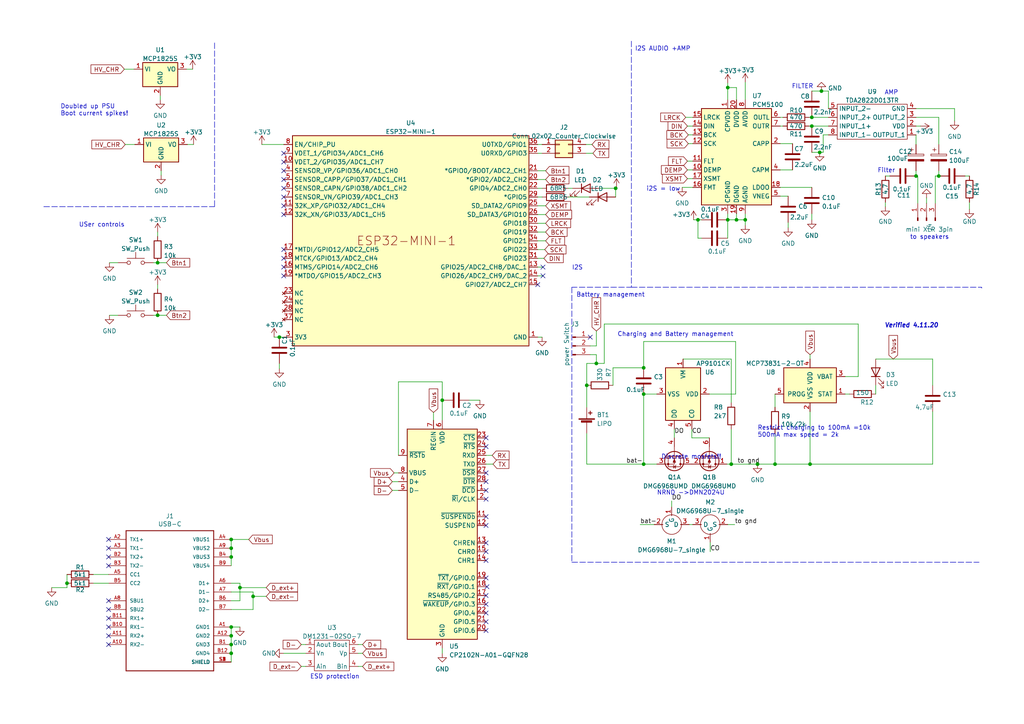
<source format=kicad_sch>
(kicad_sch (version 20211123) (generator eeschema)
  (paper "A4")
  (junction (at 67.056 186.944))
  (junction (at 19.431 169.164))
  (junction (at 67.056 161.544))
  (junction (at 186.69 106.68))
  (junction (at 234.95 134.62))
  (junction (at 213.614 63.754))
  (junction (at 219.71 134.62))
  (junction (at 45.72 91.44))
  (junction (at 172.974 105.41))
  (junction (at 265.684 51.054))
  (junction (at 211.074 63.754))
  (junction (at 238.252 26.416))
  (junction (at 67.056 156.464))
  (junction (at 178.562 54.61))
  (junction (at 170.18 111.76))
  (junction (at 186.69 114.3))
  (junction (at 69.596 170.434))
  (junction (at 216.154 63.754))
  (junction (at 237.744 44.196))
  (junction (at 67.056 184.404))
  (junction (at 224.79 134.62))
  (junction (at 211.074 25.4))
  (junction (at 202.438 63.754))
  (junction (at 212.09 134.62))
  (junction (at 186.69 134.62))
  (junction (at 235.458 36.576))
  (junction (at 67.056 159.004))
  (junction (at 73.406 172.974))
  (junction (at 272.288 51.054))
  (junction (at 81.026 97.79))
  (junction (at 67.056 181.864))
  (junction (at 45.72 76.2))
  (junction (at 67.056 189.484))
  (junction (at 128.27 116.078))
  (junction (at 235.458 34.036))
  (no_connect (at 31.496 176.784))
  (no_connect (at 140.97 157.48))
  (no_connect (at 82.296 62.23))
  (no_connect (at 140.97 180.34))
  (no_connect (at 31.496 174.244))
  (no_connect (at 140.97 177.8))
  (no_connect (at 140.97 139.7))
  (no_connect (at 31.496 164.084))
  (no_connect (at 140.97 137.16))
  (no_connect (at 82.296 44.45))
  (no_connect (at 82.296 52.07))
  (no_connect (at 171.196 97.79))
  (no_connect (at 140.97 144.78))
  (no_connect (at 31.496 159.004))
  (no_connect (at 157.48 77.47))
  (no_connect (at 82.296 80.01))
  (no_connect (at 140.97 167.64))
  (no_connect (at 140.97 172.72))
  (no_connect (at 82.296 49.53))
  (no_connect (at 155.956 82.55))
  (no_connect (at 82.296 59.69))
  (no_connect (at 31.496 161.544))
  (no_connect (at 82.296 77.47))
  (no_connect (at 140.97 149.86))
  (no_connect (at 31.496 186.944))
  (no_connect (at 140.97 142.24))
  (no_connect (at 82.296 74.93))
  (no_connect (at 82.296 54.61))
  (no_connect (at 31.496 156.464))
  (no_connect (at 82.296 72.39))
  (no_connect (at 140.97 160.02))
  (no_connect (at 31.496 184.404))
  (no_connect (at 140.97 129.54))
  (no_connect (at 141.224 170.18))
  (no_connect (at 140.97 152.4))
  (no_connect (at 140.97 182.88))
  (no_connect (at 31.496 179.324))
  (no_connect (at 140.97 175.26))
  (no_connect (at 82.296 46.99))
  (no_connect (at 31.496 181.864))
  (no_connect (at 140.97 162.56))
  (no_connect (at 82.296 57.15))
  (no_connect (at 157.48 80.01))
  (no_connect (at 140.97 127))
  (wire (pts (xy 170.18 111.76) (xy 170.18 118.11)))
  (wire (pts (xy 186.69 134.62) (xy 190.5 134.62)))
  (wire (pts (xy 46.482 27.686) (xy 46.482 28.956)))
  (wire (pts (xy 201.168 63.754) (xy 202.438 63.754)))
  (wire (pts (xy 81.026 97.79) (xy 82.296 97.79)))
  (wire (pts (xy 272.288 49.53) (xy 272.288 51.054)))
  (polyline (pts (xy 12.7 59.944) (xy 62.23 59.944)))
  (wire (pts (xy 199.39 46.736) (xy 200.914 46.736)))
  (wire (pts (xy 226.314 41.656) (xy 229.87 41.656)))
  (wire (pts (xy 212.09 124.46) (xy 212.09 134.62)))
  (wire (pts (xy 213.614 61.976) (xy 213.614 63.754)))
  (wire (pts (xy 115.57 132.08) (xy 115.57 110.744)))
  (wire (pts (xy 178.562 57.15) (xy 178.562 54.61)))
  (wire (pts (xy 226.314 34.036) (xy 227.076 34.036)))
  (wire (pts (xy 155.956 64.77) (xy 158.242 64.77)))
  (wire (pts (xy 73.406 171.704) (xy 73.406 172.974)))
  (wire (pts (xy 155.956 80.01) (xy 157.48 80.01)))
  (wire (pts (xy 45.72 91.44) (xy 48.26 91.44)))
  (wire (pts (xy 45.72 82.55) (xy 45.72 83.82)))
  (wire (pts (xy 240.284 39.116) (xy 238.76 39.116)))
  (wire (pts (xy 256.794 51.054) (xy 258.064 51.054)))
  (wire (pts (xy 198.882 34.036) (xy 200.914 34.036)))
  (wire (pts (xy 67.056 171.704) (xy 73.406 171.704)))
  (wire (pts (xy 155.956 57.15) (xy 157.226 57.15)))
  (wire (pts (xy 155.956 69.85) (xy 158.242 69.85)))
  (wire (pts (xy 198.12 104.14) (xy 212.09 104.14)))
  (wire (pts (xy 271.272 51.054) (xy 272.288 51.054)))
  (wire (pts (xy 19.431 170.434) (xy 14.986 170.434)))
  (wire (pts (xy 213.614 28.956) (xy 213.614 25.4)))
  (wire (pts (xy 69.596 174.244) (xy 67.056 174.244)))
  (wire (pts (xy 213.614 25.4) (xy 211.074 25.4)))
  (wire (pts (xy 268.732 57.404) (xy 268.732 58.928)))
  (wire (pts (xy 195.58 124.46) (xy 195.58 127)))
  (wire (pts (xy 173.736 54.61) (xy 178.562 54.61)))
  (wire (pts (xy 155.956 72.39) (xy 157.988 72.39)))
  (wire (pts (xy 240.284 26.416) (xy 238.252 26.416)))
  (wire (pts (xy 175.26 105.41) (xy 175.26 93.98)))
  (wire (pts (xy 172.974 102.87) (xy 172.974 105.41)))
  (wire (pts (xy 69.596 170.434) (xy 69.596 174.244)))
  (wire (pts (xy 211.074 24.13) (xy 211.074 25.4)))
  (wire (pts (xy 113.792 142.24) (xy 115.57 142.24)))
  (wire (pts (xy 212.09 134.62) (xy 219.71 134.62)))
  (wire (pts (xy 248.92 93.98) (xy 248.92 109.22)))
  (wire (pts (xy 226.314 36.576) (xy 227.076 36.576)))
  (wire (pts (xy 199.898 152.146) (xy 200.914 152.146)))
  (wire (pts (xy 178.816 54.61) (xy 178.816 54.356)))
  (wire (pts (xy 178.562 54.61) (xy 178.816 54.61)))
  (wire (pts (xy 175.26 93.98) (xy 248.92 93.98)))
  (wire (pts (xy 211.074 25.4) (xy 211.074 28.956)))
  (wire (pts (xy 266.192 51.054) (xy 265.684 51.054)))
  (wire (pts (xy 245.11 114.3) (xy 246.38 114.3)))
  (wire (pts (xy 128.27 187.96) (xy 128.27 189.484)))
  (wire (pts (xy 235.458 34.036) (xy 240.284 34.036)))
  (wire (pts (xy 103.886 193.294) (xy 105.156 193.294)))
  (wire (pts (xy 67.056 159.004) (xy 67.056 161.544)))
  (wire (pts (xy 281.178 51.054) (xy 279.908 51.054)))
  (wire (pts (xy 226.314 56.896) (xy 228.6 56.896)))
  (wire (pts (xy 226.314 54.356) (xy 235.458 54.356)))
  (wire (pts (xy 186.69 99.06) (xy 186.69 106.68)))
  (wire (pts (xy 205.994 157.226) (xy 205.994 160.02)))
  (wire (pts (xy 69.596 169.164) (xy 69.596 170.434)))
  (polyline (pts (xy 165.862 83.312) (xy 165.862 163.068)))
  (wire (pts (xy 155.956 97.79) (xy 157.226 97.79)))
  (wire (pts (xy 73.406 172.974) (xy 77.216 172.974)))
  (wire (pts (xy 155.956 67.31) (xy 158.242 67.31)))
  (polyline (pts (xy 165.862 163.068) (xy 283.972 163.068)))
  (wire (pts (xy 211.074 63.754) (xy 213.614 63.754)))
  (wire (pts (xy 103.886 186.944) (xy 105.156 186.944)))
  (wire (pts (xy 73.406 172.974) (xy 73.406 176.784)))
  (wire (pts (xy 234.696 36.576) (xy 235.458 36.576)))
  (wire (pts (xy 265.684 49.53) (xy 265.684 51.054)))
  (wire (pts (xy 210.82 134.62) (xy 212.09 134.62)))
  (wire (pts (xy 172.974 100.33) (xy 172.974 96.012)))
  (wire (pts (xy 19.431 166.624) (xy 19.431 169.164)))
  (wire (pts (xy 272.288 34.036) (xy 272.288 41.91)))
  (wire (pts (xy 224.79 114.3) (xy 224.79 118.11)))
  (wire (pts (xy 254 111.76) (xy 254 114.3)))
  (wire (pts (xy 256.794 59.944) (xy 256.794 58.674)))
  (wire (pts (xy 155.956 49.53) (xy 158.242 49.53)))
  (wire (pts (xy 19.431 170.434) (xy 19.431 169.164)))
  (wire (pts (xy 31.75 76.2) (xy 34.29 76.2)))
  (wire (pts (xy 234.95 134.62) (xy 224.79 134.62)))
  (wire (pts (xy 67.056 156.464) (xy 72.136 156.464)))
  (wire (pts (xy 199.644 41.656) (xy 200.914 41.656)))
  (wire (pts (xy 240.284 31.496) (xy 240.284 26.416)))
  (wire (pts (xy 164.846 57.15) (xy 170.942 57.15)))
  (wire (pts (xy 212.09 104.14) (xy 212.09 116.84)))
  (wire (pts (xy 169.926 41.91) (xy 171.704 41.91)))
  (wire (pts (xy 73.406 176.784) (xy 67.056 176.784)))
  (wire (pts (xy 194.818 145.288) (xy 194.818 147.066)))
  (wire (pts (xy 46.736 49.53) (xy 46.736 50.8)))
  (wire (pts (xy 67.056 186.944) (xy 67.056 189.484)))
  (wire (pts (xy 155.956 62.23) (xy 158.242 62.23)))
  (wire (pts (xy 200.66 124.46) (xy 200.66 127)))
  (wire (pts (xy 27.051 169.164) (xy 31.496 169.164)))
  (wire (pts (xy 177.8 106.68) (xy 177.8 111.76)))
  (wire (pts (xy 265.684 36.576) (xy 266.954 36.576)))
  (wire (pts (xy 254 104.14) (xy 270.51 104.14)))
  (wire (pts (xy 36.068 20.066) (xy 38.862 20.066)))
  (wire (pts (xy 140.97 132.08) (xy 142.748 132.08)))
  (wire (pts (xy 270.51 134.62) (xy 270.51 119.38)))
  (wire (pts (xy 211.074 63.754) (xy 211.074 69.088)))
  (wire (pts (xy 226.314 49.276) (xy 229.87 49.276)))
  (wire (pts (xy 155.956 74.93) (xy 157.734 74.93)))
  (wire (pts (xy 170.18 134.62) (xy 170.18 125.73)))
  (wire (pts (xy 238.76 44.196) (xy 237.744 44.196)))
  (wire (pts (xy 27.051 166.624) (xy 31.496 166.624)))
  (wire (pts (xy 67.056 169.164) (xy 69.596 169.164)))
  (polyline (pts (xy 183.388 83.312) (xy 165.862 83.312)))
  (wire (pts (xy 234.95 102.87) (xy 234.95 104.14)))
  (wire (pts (xy 199.39 51.816) (xy 200.914 51.816)))
  (wire (pts (xy 219.71 134.62) (xy 224.79 134.62)))
  (wire (pts (xy 140.97 134.62) (xy 143.002 134.62)))
  (wire (pts (xy 234.696 34.036) (xy 235.458 34.036)))
  (wire (pts (xy 238.76 39.116) (xy 238.76 44.196)))
  (wire (pts (xy 200.66 127) (xy 205.74 127)))
  (wire (pts (xy 265.684 34.036) (xy 272.288 34.036)))
  (wire (pts (xy 125.73 119.634) (xy 125.73 121.92)))
  (wire (pts (xy 216.154 63.754) (xy 216.154 65.278)))
  (wire (pts (xy 199.644 39.116) (xy 200.914 39.116)))
  (wire (pts (xy 235.458 36.576) (xy 240.284 36.576)))
  (wire (pts (xy 235.458 61.976) (xy 235.458 63.754)))
  (wire (pts (xy 197.866 54.356) (xy 200.914 54.356)))
  (wire (pts (xy 234.95 119.38) (xy 234.95 134.62)))
  (wire (pts (xy 213.36 114.3) (xy 213.36 99.06)))
  (wire (pts (xy 170.18 134.62) (xy 186.69 134.62)))
  (wire (pts (xy 190.5 114.3) (xy 186.69 114.3)))
  (wire (pts (xy 113.792 139.7) (xy 115.57 139.7)))
  (wire (pts (xy 128.27 121.92) (xy 128.27 116.078)))
  (wire (pts (xy 67.056 189.484) (xy 67.056 192.024)))
  (wire (pts (xy 216.154 61.976) (xy 216.154 63.754)))
  (wire (pts (xy 54.356 41.91) (xy 56.134 41.91)))
  (wire (pts (xy 234.95 134.62) (xy 270.51 134.62)))
  (wire (pts (xy 171.196 102.87) (xy 172.974 102.87)))
  (wire (pts (xy 171.196 100.33) (xy 172.974 100.33)))
  (polyline (pts (xy 183.134 11.938) (xy 183.134 83.312)))
  (wire (pts (xy 155.956 41.91) (xy 157.226 41.91)))
  (wire (pts (xy 45.72 67.31) (xy 45.72 68.58)))
  (wire (pts (xy 169.926 44.45) (xy 171.958 44.45)))
  (wire (pts (xy 155.956 77.47) (xy 157.48 77.47)))
  (wire (pts (xy 265.684 39.116) (xy 265.684 41.91)))
  (wire (pts (xy 164.846 54.61) (xy 166.116 54.61)))
  (wire (pts (xy 79.502 97.79) (xy 81.026 97.79)))
  (wire (pts (xy 213.36 99.06) (xy 186.69 99.06)))
  (wire (pts (xy 265.684 31.496) (xy 276.86 31.496)))
  (wire (pts (xy 202.438 63.754) (xy 203.454 63.754)))
  (polyline (pts (xy 284.734 83.312) (xy 284.734 83.566)))
  (wire (pts (xy 203.454 69.088) (xy 202.438 69.088)))
  (wire (pts (xy 238.252 26.416) (xy 235.458 26.416)))
  (wire (pts (xy 266.192 58.928) (xy 266.192 51.054)))
  (wire (pts (xy 128.27 110.744) (xy 128.27 116.078)))
  (polyline (pts (xy 183.134 83.312) (xy 284.734 83.312)))
  (wire (pts (xy 216.154 23.876) (xy 216.154 28.956)))
  (wire (pts (xy 202.438 69.088) (xy 202.438 63.754)))
  (wire (pts (xy 87.376 186.944) (xy 88.646 186.944)))
  (wire (pts (xy 155.956 54.61) (xy 157.226 54.61)))
  (wire (pts (xy 170.18 105.41) (xy 172.974 105.41)))
  (wire (pts (xy 205.74 114.3) (xy 213.36 114.3)))
  (wire (pts (xy 115.57 110.744) (xy 128.27 110.744)))
  (wire (pts (xy 155.956 59.69) (xy 158.242 59.69)))
  (wire (pts (xy 155.956 52.07) (xy 158.242 52.07)))
  (wire (pts (xy 224.79 125.73) (xy 224.79 134.62)))
  (wire (pts (xy 170.18 105.41) (xy 170.18 111.76)))
  (wire (pts (xy 186.69 114.3) (xy 186.69 134.62)))
  (wire (pts (xy 44.45 76.2) (xy 45.72 76.2)))
  (wire (pts (xy 67.056 181.864) (xy 69.596 181.864)))
  (wire (pts (xy 177.8 106.68) (xy 186.69 106.68)))
  (wire (pts (xy 67.056 156.464) (xy 67.056 159.004)))
  (wire (pts (xy 45.72 76.2) (xy 48.26 76.2)))
  (wire (pts (xy 199.39 36.576) (xy 200.914 36.576)))
  (wire (pts (xy 185.674 152.146) (xy 189.738 152.146)))
  (wire (pts (xy 67.056 161.544) (xy 67.056 164.084)))
  (wire (pts (xy 36.322 41.91) (xy 39.116 41.91)))
  (wire (pts (xy 281.178 58.674) (xy 281.178 60.706)))
  (wire (pts (xy 44.45 91.44) (xy 45.72 91.44)))
  (wire (pts (xy 31.75 91.44) (xy 34.29 91.44)))
  (wire (pts (xy 67.056 181.864) (xy 67.056 184.404)))
  (wire (pts (xy 199.39 49.276) (xy 200.914 49.276)))
  (wire (pts (xy 114.3 137.16) (xy 115.57 137.16)))
  (wire (pts (xy 75.946 41.91) (xy 82.296 41.91)))
  (wire (pts (xy 211.074 61.976) (xy 211.074 63.754)))
  (wire (pts (xy 155.956 44.45) (xy 157.226 44.45)))
  (wire (pts (xy 67.056 184.404) (xy 67.056 186.944)))
  (wire (pts (xy 276.86 31.496) (xy 276.86 35.052)))
  (wire (pts (xy 54.102 20.066) (xy 55.88 20.066)))
  (wire (pts (xy 271.272 58.928) (xy 271.272 51.054)))
  (wire (pts (xy 136.144 116.078) (xy 139.192 116.078)))
  (wire (pts (xy 81.026 105.41) (xy 81.026 106.934)))
  (wire (pts (xy 103.886 189.484) (xy 105.156 189.484)))
  (wire (pts (xy 82.296 189.484) (xy 88.646 189.484)))
  (wire (pts (xy 87.376 193.294) (xy 88.646 193.294)))
  (wire (pts (xy 211.074 152.146) (xy 213.106 152.146)))
  (polyline (pts (xy 62.23 12.446) (xy 62.23 59.944)))
  (wire (pts (xy 270.51 111.76) (xy 270.51 104.14)))
  (wire (pts (xy 172.974 105.41) (xy 175.26 105.41)))
  (wire (pts (xy 237.744 44.196) (xy 235.458 44.196)))
  (wire (pts (xy 228.6 64.516) (xy 228.6 66.04)))
  (wire (pts (xy 69.596 170.434) (xy 77.216 170.434)))
  (wire (pts (xy 128.27 116.078) (xy 128.524 116.078)))
  (wire (pts (xy 213.614 63.754) (xy 216.154 63.754)))
  (wire (pts (xy 248.92 109.22) (xy 245.11 109.22)))
  (text "I2S" (at 165.862 78.486 0) (effects (font (size 1.27 1.27)) (justify left bottom)))
  (text "Doubled up PSU\nBoot current spikes!" (at 17.526 33.782 0) (effects (font (size 1.27 1.27)) (justify left bottom)))
  (text "ESD protection" (at 89.916 197.104 0) (effects (font (size 1.27 1.27)) (justify left bottom)))
  (text "Battery management" (at 167.132 86.36 0) (effects (font (size 1.27 1.27)) (justify left bottom)))
  (text "FILTER" (at 229.616 25.908 0) (effects (font (size 1.27 1.27)) (justify left bottom)))
  (text "I2S AUDIO +AMP" (at 184.15 14.986 0) (effects (font (size 1.27 1.27)) (justify left bottom)))
  (text "Charging and Battery management\n" (at 179.07 97.79 0) (effects (font (size 1.27 1.27)) (justify left bottom)))
  (text "NRND ->DMN2024U" (at 190.5 143.764 0) (effects (font (size 1.27 1.27)) (justify left bottom)))
  (text "AMP" (at 256.54 27.686 0) (effects (font (size 1.27 1.27)) (justify left bottom)))
  (text "Verified 4.11.20\n" (at 256.54 95.25 0) (effects (font (size 1.27 1.27) (thickness 0.254) bold italic) (justify left bottom)))
  (text "Filter" (at 254.508 50.292 0) (effects (font (size 1.27 1.27)) (justify left bottom)))
  (text "i2S = low" (at 187.452 55.626 0) (effects (font (size 1.27 1.27)) (justify left bottom)))
  (text "Restrict charging to 100mA =10k\n500mA max speed = 2k" (at 219.71 127 0) (effects (font (size 1.27 1.27)) (justify left bottom)))
  (text "Discrete mosfets!!" (at 191.77 133.35 0) (effects (font (size 1.27 1.27)) (justify left bottom)))
  (text "to speakers" (at 263.906 69.596 0) (effects (font (size 1.27 1.27)) (justify left bottom)))
  (text "USer controls" (at 22.86 66.04 0) (effects (font (size 1.27 1.27)) (justify left bottom)))
  (label "bat-" (at 181.61 134.62 0))
  (label "to gnd" (at 213.106 152.146 0))
  (label "CO" (at 205.994 160.02 0))
  (label "DO" (at 195.58 125.984 0))
  (label "CO" (at 200.66 125.984 0))
  (label "bat-" (at 185.674 152.146 0))
  (label "DO" (at 194.818 145.288 0))
  (label "to gnd" (at 213.868 134.62 0))
  (global_label "Btn2" (shape input) (at 158.242 52.07 0) (property "Referenzen zwischen Schaltplänen" "${INTERSHEET_REFS}" (effects hide)))
  (global_label "Vbus" (shape input) (at 114.3 137.16 180) (property "Intersheet References" "${INTERSHEET_REFS}" (effects hide)))
  (global_label "Vbus" (shape input) (at 259.08 104.14 90) (property "Intersheet References" "${INTERSHEET_REFS}" (effects hide)))
  (global_label "RX" (shape input) (at 142.748 132.08 0) (property "Intersheet References" "${INTERSHEET_REFS}" (effects hide)))
  (global_label "Vbus" (shape input) (at 72.136 156.464 0) (property "Intersheet References" "${INTERSHEET_REFS}" (effects hide)))
  (global_label "LRCK" (shape input) (at 198.882 34.036 180) (property "Referenzen zwischen Schaltplänen" "${INTERSHEET_REFS}" (effects hide)))
  (global_label "TX" (shape input) (at 143.002 134.62 0) (property "Intersheet References" "${INTERSHEET_REFS}" (effects hide)))
  (global_label "HV_CHR" (shape input) (at 36.068 20.066 180) (property "Intersheet References" "${INTERSHEET_REFS}" (effects hide)))
  (global_label "Btn2" (shape input) (at 48.26 91.44 0) (property "Referenzen zwischen Schaltplänen" "${INTERSHEET_REFS}" (effects hide)))
  (global_label "DIN" (shape input) (at 157.734 74.93 0) (property "Referenzen zwischen Schaltplänen" "${INTERSHEET_REFS}" (effects hide)))
  (global_label "RX" (shape input) (at 171.704 41.91 0) (property "Intersheet References" "${INTERSHEET_REFS}" (effects hide)))
  (global_label "D-" (shape input) (at 113.792 142.24 180) (property "Intersheet References" "${INTERSHEET_REFS}" (effects hide)))
  (global_label "Vbus" (shape input) (at 234.95 102.87 90) (property "Intersheet References" "${INTERSHEET_REFS}" (effects hide)))
  (global_label "D+" (shape input) (at 113.792 139.7 180) (property "Intersheet References" "${INTERSHEET_REFS}" (effects hide)))
  (global_label "D_ext+" (shape input) (at 105.156 193.294 0) (property "Intersheet References" "${INTERSHEET_REFS}" (effects hide)))
  (global_label "TX" (shape input) (at 171.958 44.45 0) (property "Intersheet References" "${INTERSHEET_REFS}" (effects hide)))
  (global_label "HV_CHR" (shape input) (at 172.974 96.012 90) (property "Intersheet References" "${INTERSHEET_REFS}" (effects hide)))
  (global_label "D_ext-" (shape input) (at 87.376 193.294 180) (property "Intersheet References" "${INTERSHEET_REFS}" (effects hide)))
  (global_label "D+" (shape input) (at 105.156 186.944 0) (property "Intersheet References" "${INTERSHEET_REFS}" (effects hide)))
  (global_label "FLT" (shape input) (at 158.242 69.85 0) (property "Referenzen zwischen Schaltplänen" "${INTERSHEET_REFS}" (effects hide)))
  (global_label "DEMP" (shape input) (at 158.242 62.23 0) (property "Referenzen zwischen Schaltplänen" "${INTERSHEET_REFS}" (effects hide)))
  (global_label "FLT" (shape input) (at 199.39 46.736 180) (property "Referenzen zwischen Schaltplänen" "${INTERSHEET_REFS}" (effects hide)))
  (global_label "SCK" (shape input) (at 157.988 72.39 0) (property "Referenzen zwischen Schaltplänen" "${INTERSHEET_REFS}" (effects hide)))
  (global_label "D_ext+" (shape input) (at 77.216 170.434 0) (property "Intersheet References" "${INTERSHEET_REFS}" (effects hide)))
  (global_label "SCK" (shape input) (at 199.644 41.656 180) (property "Referenzen zwischen Schaltplänen" "${INTERSHEET_REFS}" (effects hide)))
  (global_label "LRCK" (shape input) (at 158.242 64.77 0) (property "Referenzen zwischen Schaltplänen" "${INTERSHEET_REFS}" (effects hide)))
  (global_label "Vbus" (shape input) (at 105.156 189.484 0) (property "Intersheet References" "${INTERSHEET_REFS}" (effects hide)))
  (global_label "Vbus" (shape input) (at 125.73 119.634 90) (property "Intersheet References" "${INTERSHEET_REFS}" (effects hide)))
  (global_label "Btn1" (shape input) (at 158.242 49.53 0) (property "Referenzen zwischen Schaltplänen" "${INTERSHEET_REFS}" (effects hide)))
  (global_label "DEMP" (shape input) (at 199.39 49.276 180) (property "Referenzen zwischen Schaltplänen" "${INTERSHEET_REFS}" (effects hide)))
  (global_label "Btn1" (shape input) (at 48.26 76.2 0) (property "Referenzen zwischen Schaltplänen" "${INTERSHEET_REFS}" (effects hide)))
  (global_label "XSMT" (shape input) (at 199.39 51.816 180) (property "Referenzen zwischen Schaltplänen" "${INTERSHEET_REFS}" (effects hide)))
  (global_label "BCK" (shape input) (at 199.644 39.116 180) (property "Referenzen zwischen Schaltplänen" "${INTERSHEET_REFS}" (effects hide)))
  (global_label "XSMT" (shape input) (at 158.242 59.69 0) (property "Referenzen zwischen Schaltplänen" "${INTERSHEET_REFS}" (effects hide)))
  (global_label "HV_CHR" (shape input) (at 36.322 41.91 180) (property "Intersheet References" "${INTERSHEET_REFS}" (effects hide)))
  (global_label "DIN" (shape input) (at 199.39 36.576 180) (property "Referenzen zwischen Schaltplänen" "${INTERSHEET_REFS}" (effects hide)))
  (global_label "D-" (shape input) (at 87.376 186.944 180) (property "Intersheet References" "${INTERSHEET_REFS}" (effects hide)))
  (global_label "BCK" (shape input) (at 158.242 67.31 0) (property "Referenzen zwischen Schaltplänen" "${INTERSHEET_REFS}" (effects hide)))
  (global_label "D_ext-" (shape input) (at 77.216 172.974 0) (property "Intersheet References" "${INTERSHEET_REFS}" (effects hide)))
  (symbol (lib_id "Device:C") (at 81.026 101.6 180) (unit 1)
    (property "Reference" "C1" (at 82.55 98.552 90))
    (property "Value" "0.1uF" (at 84.836 100.838 90))
    (property "Footprint" "Capacitor_SMD:C_0603_1608Metric" (effects hide))
  )
  (symbol (lib_id "DM1231-02SO-7_tvs:DM1231-02SO-7") (at 93.726 189.484 0) (unit 1)
    (property "Reference" "U3" (at 96.266 182.025 0))
    (property "Value" "DM1231-02SO-7" (at 96.266 184.5619 0))
    (property "Footprint" "Package_TO_SOT_SMD:SOT-23-6" (effects hide))
  )
  (symbol (lib_id "FL01_smol-rescue:DMG6968UMD-DMG6968UMD") (at 205.74 132.08 270) (unit 2)
    (property "Reference" "Q1" (at 205.74 138.4046 90))
    (property "Value" "DMG6968UMD" (at 207.01 140.97 90))
    (property "Footprint" "Package_TO_SOT_SMD:SOT-23-6_Handsoldering" (effects hide))
  )
  (symbol (lib_id "power:GND") (at 237.744 44.196 0) (unit 1)
    (property "Reference" "#PWR027" (effects hide))
    (property "Value" "GND" (at 237.744 48.7586 0))
  )
  (symbol (lib_id "power:+3V3") (at 55.88 20.066 0) (unit 1)
    (property "Reference" "#PWR08" (effects hide))
    (property "Value" "+3V3" (at 55.88 16.4902 0))
  )
  (symbol (lib_id "Device:C") (at 276.098 51.054 90) (unit 1)
    (property "Reference" "C15" (at 276.098 56.9128 90))
    (property "Value" "0.1uF" (at 276.098 54.3759 90))
    (property "Footprint" "Capacitor_SMD:C_0603_1608Metric" (effects hide))
  )
  (symbol (lib_id "power:GND") (at 46.482 28.956 0) (unit 1)
    (property "Reference" "#PWR06" (effects hide))
    (property "Value" "GND" (at 46.482 33.5186 0))
  )
  (symbol (lib_id "power:GND") (at 268.732 57.404 180) (unit 1)
    (property "Reference" "#PWR031" (effects hide))
    (property "Value" "GND" (at 270.764 53.848 0) (effects (justify left)))
  )
  (symbol (lib_id "Device:C") (at 235.458 58.166 0) (unit 1)
    (property "Reference" "C10" (at 238.379 57.3313 0) (effects (justify left)))
    (property "Value" "0.1uF" (at 238.379 59.8682 0) (effects (justify left)))
    (property "Footprint" "Capacitor_SMD:C_0603_1608Metric" (effects hide))
  )
  (symbol (lib_id "Device:R") (at 45.72 87.63 0) (unit 1)
    (property "Reference" "R4" (at 47.498 86.7953 0) (effects (justify left)))
    (property "Value" "10k" (at 47.498 89.3322 0) (effects (justify left)))
    (property "Footprint" "Resistor_SMD:R_0603_1608Metric" (effects hide))
  )
  (symbol (lib_id "FL01_smol-rescue:R-Device") (at 212.09 120.65 0) (unit 1)
    (property "Reference" "R8" (at 207.01 118.11 0) (effects (justify left)))
    (property "Value" "2k7" (at 207.01 120.65 0) (effects (justify left)))
    (property "Footprint" "Resistor_SMD:R_0603_1608Metric" (effects hide))
  )
  (symbol (lib_id "dmg6968u-7CUSTOM:DMG6968U-7_single") (at 205.994 152.146 180) (unit 1)
    (property "Reference" "M2" (at 205.994 145.6572 0))
    (property "Value" "DMG6968U-7_single" (at 205.994 148.1941 0))
    (property "Footprint" "Package_TO_SOT_SMD:TSOT-23" (effects hide))
  )
  (symbol (lib_id "FL01_smol-rescue:R-Device") (at 23.241 166.624 270) (unit 1)
    (property "Reference" "R1" (at 23.241 164.5412 90))
    (property "Value" "5k1" (at 23.241 169.164 90))
    (property "Footprint" "Resistor_SMD:R_0603_1608Metric" (effects hide))
  )
  (symbol (lib_id "power:GND") (at 46.736 50.8 0) (unit 1)
    (property "Reference" "#PWR07" (effects hide))
    (property "Value" "GND" (at 46.736 55.3626 0))
  )
  (symbol (lib_id "Device:CP") (at 272.288 45.72 0) (unit 1)
    (property "Reference" "C14" (at 275.209 43.9963 0) (effects (justify left)))
    (property "Value" "100uF" (at 275.209 46.5332 0) (effects (justify left)))
    (property "Footprint" "Capacitor_SMD:CP_Elec_8x10" (effects hide))
  )
  (symbol (lib_id "FL01_smol-rescue:105450-0101-105450-0101") (at 49.276 174.244 0) (unit 1)
    (property "Reference" "J1" (at 49.276 149.6822 0))
    (property "Value" "USB-C" (at 49.276 151.9936 0))
    (property "Footprint" "Molex_USB-C:MOLEX_105450-0101" (effects hide))
    (property "Datasheet" "105450-0101" (effects hide))
    (property "Feld4" "1.71 USD" (effects hide))
    (property "Feld5" "Molex" (effects hide))
    (property "Feld6" "None" (effects hide))
    (property "Feld7" "USB Shielded I/O Receptacle; Type C; Right Angle; Surface Mount; Gold over Nickel" (effects hide))
    (property "Feld8" "Good" (effects hide))
  )
  (symbol (lib_id "FL01_smol-rescue:C-Device") (at 186.69 110.49 0) (unit 1)
    (property "Reference" "C3" (at 189.611 109.3216 0) (effects (justify left)))
    (property "Value" "0.1uF" (at 181.61 113.03 0) (effects (justify left)))
    (property "Footprint" "Capacitor_SMD:C_0603_1608Metric" (effects hide))
  )
  (symbol (lib_id "power:GND") (at 157.226 97.79 0) (unit 1)
    (property "Reference" "#PWR017" (effects hide))
    (property "Value" "GND" (at 157.226 102.3526 0))
  )
  (symbol (lib_id "Switch:SW_Push") (at 39.37 76.2 0) (unit 1)
    (property "Reference" "SW1" (at 39.37 69.5792 0))
    (property "Value" "SW_Push" (at 39.37 72.1161 0))
    (property "Footprint" "Button_Switch_SMD:SW_SPST_EVQP0" (effects hide))
  )
  (symbol (lib_id "power:GND") (at 238.252 26.416 180) (unit 1)
    (property "Reference" "#PWR028" (effects hide))
    (property "Value" "GND" (at 240.157 25.5798 0) (effects (justify right)))
  )
  (symbol (lib_id "power:+3V3") (at 211.074 24.13 0) (unit 1)
    (property "Reference" "#PWR021" (effects hide))
    (property "Value" "+3V3" (at 211.074 20.5542 0))
  )
  (symbol (lib_id "power:+3V3") (at 56.134 41.91 0) (unit 1)
    (property "Reference" "#PWR09" (effects hide))
    (property "Value" "+3V3" (at 56.134 38.3342 0))
  )
  (symbol (lib_id "Device:LED") (at 169.926 54.61 0) (unit 1)
    (property "Reference" "D1" (at 168.3385 49.6402 0))
    (property "Value" "LED" (at 168.3385 52.1771 0))
    (property "Footprint" "LED_SMD:LED_0603_1608Metric" (effects hide))
  )
  (symbol (lib_id "Audio:PCM5100") (at 213.614 44.196 0) (unit 1)
    (property "Reference" "U7" (at 218.1734 27.7962 0) (effects (justify left)))
    (property "Value" "PCM5100" (at 218.1734 30.3331 0) (effects (justify left)))
    (property "Footprint" "Package_SO:TSSOP-20_4.4x6.5mm_P0.65mm" (effects hide))
    (property "Datasheet" "http://www.ti.com/lit/ds/symlink/pcm5100.pdf" (effects hide))
  )
  (symbol (lib_id "power:GND") (at 219.71 134.62 0) (unit 1)
    (property "Reference" "#PWR024" (effects hide))
    (property "Value" "GND" (at 219.71 139.1826 0))
  )
  (symbol (lib_id "FL01_smol-rescue:R-Device") (at 224.79 121.92 180) (unit 1)
    (property "Reference" "R9" (at 226.568 120.7516 0) (effects (justify right)))
    (property "Value" "10k/2k" (at 226.568 123.063 0) (effects (justify right)))
    (property "Footprint" "Resistor_SMD:R_0603_1608Metric" (effects hide))
  )
  (symbol (lib_id "power:GND") (at 197.866 54.356 0) (unit 1)
    (property "Reference" "#PWR019" (effects hide))
    (property "Value" "GND" (at 197.866 58.9186 0))
  )
  (symbol (lib_id "power:GND") (at 281.178 60.706 0) (unit 1)
    (property "Reference" "#PWR033" (effects hide))
    (property "Value" "GND" (at 279.146 64.262 0) (effects (justify left)))
  )
  (symbol (lib_id "Device:R") (at 45.72 72.39 0) (unit 1)
    (property "Reference" "R3" (at 47.498 71.5553 0) (effects (justify left)))
    (property "Value" "10k" (at 47.498 74.0922 0) (effects (justify left)))
    (property "Footprint" "Resistor_SMD:R_0603_1608Metric" (effects hide))
  )
  (symbol (lib_id "power:+3V3") (at 79.502 97.79 0) (unit 1)
    (property "Reference" "#PWR012" (effects hide))
    (property "Value" "+3V3" (at 79.502 94.2142 0))
  )
  (symbol (lib_id "power:GND") (at 235.458 63.754 0) (unit 1)
    (property "Reference" "#PWR026" (effects hide))
    (property "Value" "GND" (at 235.458 68.3166 0))
  )
  (symbol (lib_id "power:GND") (at 31.75 76.2 0) (unit 1)
    (property "Reference" "#PWR02" (effects hide))
    (property "Value" "GND" (at 31.75 80.7626 0))
  )
  (symbol (lib_id "power:+3V3") (at 45.72 82.55 0) (unit 1)
    (property "Reference" "#PWR05" (effects hide))
    (property "Value" "+3V3" (at 45.72 78.9742 0))
  )
  (symbol (lib_id "FL01_smol-rescue:R-Device") (at 173.99 111.76 270) (unit 1)
    (property "Reference" "R7" (at 176.53 106.68 0) (effects (justify left)))
    (property "Value" "330" (at 173.99 106.68 0) (effects (justify left)))
    (property "Footprint" "Resistor_SMD:R_0603_1608Metric" (effects hide))
  )
  (symbol (lib_id "Espressif:ESP32-MINI-1") (at 117.856 69.85 0) (unit 1)
    (property "Reference" "U4" (at 119.126 35.6702 0))
    (property "Value" "ESP32-MINI-1" (at 119.126 38.2071 0))
    (property "Footprint" "Espressif:ESP32-MINI-1" (effects hide))
    (property "Datasheet" "https://www.espressif.com/sites/default/files/documentation/esp32-mini-1_datasheet_en.pdf" (effects hide))
  )
  (symbol (lib_id "power:+3V3") (at 201.168 63.754 0) (unit 1)
    (property "Reference" "#PWR020" (effects hide))
    (property "Value" "+3V3" (at 197.612 62.23 0))
  )
  (symbol (lib_id "power:+3V3") (at 216.154 23.876 0) (unit 1)
    (property "Reference" "#PWR022" (effects hide))
    (property "Value" "+3V3" (at 216.154 20.3002 0))
  )
  (symbol (lib_id "Regulator_Linear:MCP1825S") (at 46.736 41.91 0) (unit 1)
    (property "Reference" "U2" (at 46.736 36.3052 0))
    (property "Value" "MCP1825S" (at 46.736 38.8421 0))
    (property "Footprint" "Package_TO_SOT_SMD:SOT-223-3_TabPin2" (effects hide))
    (property "Datasheet" "http://ww1.microchip.com/downloads/en/devicedoc/22056b.pdf" (effects hide))
  )
  (symbol (lib_id "Device:C") (at 261.874 51.054 270) (unit 1)
    (property "Reference" "C11" (at 262.128 56.642 90))
    (property "Value" "0.1uF" (at 261.62 54.864 90))
    (property "Footprint" "Capacitor_SMD:C_0603_1608Metric" (effects hide))
  )
  (symbol (lib_id "FL01_smol-rescue:MCP73831-2-OT-Battery_Management") (at 234.95 111.76 0) (unit 1)
    (property "Reference" "U8" (at 223.52 107.95 0))
    (property "Value" "MCP73831-2-OT" (at 224.79 105.41 0))
    (property "Footprint" "Package_TO_SOT_SMD:SOT-23-5" (effects hide))
    (property "Datasheet" "http://ww1.microchip.com/downloads/en/DeviceDoc/20001984g.pdf" (effects hide))
  )
  (symbol (lib_id "power:GND") (at 14.986 170.434 0) (unit 1)
    (property "Reference" "#PWR01" (effects hide))
    (property "Value" "GND" (at 14.986 174.9966 0))
  )
  (symbol (lib_id "Device:C") (at 207.264 63.754 90) (unit 1)
    (property "Reference" "C4" (at 204.47 62.738 90))
    (property "Value" "0.1uF" (at 205.994 60.706 90))
    (property "Footprint" "Capacitor_SMD:C_0603_1608Metric" (effects hide))
  )
  (symbol (lib_id "power:GND") (at 82.296 189.484 270) (unit 1)
    (property "Reference" "#PWR014" (effects hide))
    (property "Value" "GND" (at 75.946 189.484 90) (effects (justify left)))
  )
  (symbol (lib_id "Switch:SW_Push") (at 39.37 91.44 0) (unit 1)
    (property "Reference" "SW2" (at 39.37 84.8192 0))
    (property "Value" "SW_Push" (at 39.37 87.3561 0))
    (property "Footprint" "Button_Switch_SMD:SW_SPST_EVQP0" (effects hide))
  )
  (symbol (lib_id "Device:LED") (at 174.752 57.15 0) (unit 1)
    (property "Reference" "D2" (at 173.1645 52.1802 0))
    (property "Value" "LED" (at 173.1645 54.7171 0))
    (property "Footprint" "LED_SMD:LED_0603_1608Metric" (effects hide))
  )
  (symbol (lib_id "power:+3V3") (at 45.72 67.31 0) (unit 1)
    (property "Reference" "#PWR04" (effects hide))
    (property "Value" "+3V3" (at 45.72 63.7342 0))
  )
  (symbol (lib_id "power:GND") (at 69.596 181.864 0) (unit 1)
    (property "Reference" "#PWR010" (effects hide))
    (property "Value" "GND" (at 69.596 186.4266 0))
  )
  (symbol (lib_id "Device:C") (at 235.458 40.386 0) (unit 1)
    (property "Reference" "C9" (at 236.22 38.1 0) (effects (justify left)))
    (property "Value" "2.2nF" (at 235.966 42.672 0) (effects (justify left)))
    (property "Footprint" "Capacitor_SMD:C_0603_1608Metric" (effects hide))
  )
  (symbol (lib_id "Device:R") (at 256.794 54.864 180) (unit 1)
    (property "Reference" "R13" (at 254.762 54.864 90))
    (property "Value" "4,7" (at 256.794 54.864 90))
    (property "Footprint" "Resistor_SMD:R_0603_1608Metric" (effects hide))
  )
  (symbol (lib_id "power:GND") (at 228.6 66.04 0) (unit 1)
    (property "Reference" "#PWR025" (effects hide))
    (property "Value" "GND" (at 228.6 70.6026 0))
  )
  (symbol (lib_id "FL01_smol-rescue:DMG6968UMD-DMG6968UMD") (at 195.58 132.08 270) (unit 1)
    (property "Reference" "Q1" (at 195.58 138.4046 90))
    (property "Value" "DMG6968UMD" (at 193.04 140.97 90))
    (property "Footprint" "Package_TO_SOT_SMD:SOT-23-6_Handsoldering" (effects hide))
  )
  (symbol (lib_id "power:GND") (at 128.27 189.484 0) (unit 1)
    (property "Reference" "#PWR015" (effects hide))
    (property "Value" "GND" (at 128.27 194.0466 0))
  )
  (symbol (lib_id "FL01_smol-rescue:R-Device") (at 161.036 54.61 90) (unit 1)
    (property "Reference" "R5" (at 163.068 54.61 90))
    (property "Value" "68" (at 160.782 54.61 90))
    (property "Footprint" "Resistor_SMD:R_0603_1608Metric" (effects hide))
  )
  (symbol (lib_id "Device:LED") (at 254 107.95 90) (unit 1)
    (property "Reference" "D3" (at 256.921 108.7028 90) (effects (justify right)))
    (property "Value" "LED" (at 256.921 111.2397 90) (effects (justify right)))
    (property "Footprint" "LED_SMD:LED_0603_1608Metric" (effects hide))
  )
  (symbol (lib_id "FL01_smol-rescue:R-Device") (at 23.241 169.164 270) (unit 1)
    (property "Reference" "R2" (at 23.241 171.069 90))
    (property "Value" "5k1" (at 23.241 166.624 90))
    (property "Footprint" "Resistor_SMD:R_0603_1608Metric" (effects hide))
  )
  (symbol (lib_id "Device:Battery_Cell") (at 170.18 123.19 0) (unit 1)
    (property "Reference" "BT1" (at 173.101 120.3233 0) (effects (justify left)))
    (property "Value" "LIPO" (at 173.101 122.8602 0) (effects (justify left)))
    (property "Footprint" "Connector_PinHeader_2.54mm:PinHeader_1x02_P2.54mm_Vertical" (effects hide))
  )
  (symbol (lib_id "power:+3V3") (at 75.946 41.91 0) (unit 1)
    (property "Reference" "#PWR011" (effects hide))
    (property "Value" "+3V3" (at 75.946 38.3342 0))
  )
  (symbol (lib_id "power:GND") (at 31.75 91.44 0) (unit 1)
    (property "Reference" "#PWR03" (effects hide))
    (property "Value" "GND" (at 31.75 96.0026 0))
  )
  (symbol (lib_id "power:GND") (at 139.192 116.078 0) (unit 1)
    (property "Reference" "#PWR016" (effects hide))
    (property "Value" "GND" (at 139.192 120.6406 0))
  )
  (symbol (lib_id "FL01_smol-rescue:C-Device") (at 270.51 115.57 0) (unit 1)
    (property "Reference" "C13" (at 273.431 114.4016 0) (effects (justify left)))
    (property "Value" "4,7uF" (at 265.43 118.11 0) (effects (justify left)))
    (property "Footprint" "Capacitor_SMD:C_0603_1608Metric" (effects hide))
  )
  (symbol (lib_id "power:GND") (at 81.026 106.934 0) (unit 1)
    (property "Reference" "#PWR013" (effects hide))
    (property "Value" "GND" (at 81.026 111.4966 0))
  )
  (symbol (lib_id "Connector_Generic:Conn_02x02_Counter_Clockwise") (at 162.306 41.91 0) (unit 1)
    (property "Reference" "J2" (at 163.576 36.9402 0))
    (property "Value" "Conn_02x02_Counter_Clockwise" (at 163.576 39.4771 0))
    (property "Footprint" "Connector_PinHeader_2.54mm:PinHeader_2x02_P2.54mm_Vertical" (effects hide))
  )
  (symbol (lib_id "power:+3V3") (at 178.816 54.356 0) (unit 1)
    (property "Reference" "#PWR018" (effects hide))
    (property "Value" "+3V3" (at 178.816 50.7802 0))
  )
  (symbol (lib_id "Device:C") (at 228.6 60.706 0) (unit 1)
    (property "Reference" "C6" (at 231.521 59.8713 0) (effects (justify left)))
    (property "Value" "2.2uF" (at 229.108 62.992 0) (effects (justify left)))
    (property "Footprint" "Capacitor_SMD:C_0805_2012Metric" (effects hide))
  )
  (symbol (lib_id "Regulator_Linear:MCP1825S") (at 46.482 20.066 0) (unit 1)
    (property "Reference" "U1" (at 46.482 14.4612 0))
    (property "Value" "MCP1825S" (at 46.482 16.9981 0))
    (property "Footprint" "Package_TO_SOT_SMD:SOT-223-3_TabPin2" (effects hide))
    (property "Datasheet" "http://ww1.microchip.com/downloads/en/devicedoc/22056b.pdf" (effects hide))
  )
  (symbol (lib_id "FL01_smol-rescue:R-Device") (at 250.19 114.3 90) (unit 1)
    (property "Reference" "R12" (at 251.46 116.6622 90))
    (property "Value" "150" (at 250.19 113.8936 90))
    (property "Footprint" "Resistor_SMD:R_0603_1608Metric" (effects hide))
  )
  (symbol (lib_id "FL01_smol-rescue:AP9101CK-Battery_Management") (at 198.12 114.3 270) (unit 1)
    (property "Reference" "U6" (at 204.47 107.95 90) (effects (justify left)))
    (property "Value" "AP9101CK" (at 201.93 105.41 90) (effects (justify left)))
    (property "Footprint" "Package_TO_SOT_SMD:SOT-23-5" (effects hide))
    (property "Datasheet" "https://www.diodes.com/assets/Datasheets/AP9101C.pdf" (effects hide))
  )
  (symbol (lib_id "Device:CP") (at 265.684 45.72 0) (unit 1)
    (property "Reference" "C12" (at 260.604 43.942 0) (effects (justify left)))
    (property "Value" "100uF" (at 257.302 45.974 0) (effects (justify left)))
    (property "Footprint" "Capacitor_SMD:CP_Elec_8x10" (effects hide))
  )
  (symbol (lib_id "Device:C") (at 132.334 116.078 90) (unit 1)
    (property "Reference" "C2" (at 135.382 117.602 90))
    (property "Value" "0.1uF" (at 133.096 119.888 90))
    (property "Footprint" "Capacitor_SMD:C_0603_1608Metric" (effects hide))
  )
  (symbol (lib_id "FL01_smol-rescue:R-Device") (at 161.036 57.15 90) (unit 1)
    (property "Reference" "R6" (at 163.322 57.15 90))
    (property "Value" "68" (at 160.782 57.15 90))
    (property "Footprint" "Resistor_SMD:R_0603_1608Metric" (effects hide))
  )
  (symbol (lib_id "Device:C") (at 235.458 30.226 0) (unit 1)
    (property "Reference" "C8" (at 232.156 27.94 0) (effects (justify left)))
    (property "Value" "2.2nF" (at 235.966 32.512 0) (effects (justify left)))
    (property "Footprint" "Capacitor_SMD:C_0603_1608Metric" (effects hide))
  )
  (symbol (lib_id "Connector:Conn_01x03_Male") (at 166.116 100.33 0) (unit 1)
    (property "Reference" "J3" (at 166.751 94.014 0))
    (property "Value" "power Switch" (at 164.338 99.822 90))
    (property "Footprint" "Connector_PinHeader_2.54mm:PinHeader_1x03_P2.54mm_Vertical" (effects hide))
  )
  (symbol (lib_id "power:GND") (at 256.794 59.944 0) (unit 1)
    (property "Reference" "#PWR029" (effects hide))
    (property "Value" "GND" (at 254.762 64.262 0) (effects (justify left)))
  )
  (symbol (lib_id "dmg6968u-7CUSTOM:DMG6968U-7_single") (at 194.818 152.146 0) (unit 1)
    (property "Reference" "M1" (at 194.818 156.9654 0))
    (property "Value" "DMG6968U-7_single" (at 194.818 159.5023 0))
    (property "Footprint" "Package_TO_SOT_SMD:TSOT-23" (effects hide))
  )
  (symbol (lib_id "power:GND") (at 216.154 65.278 0) (unit 1)
    (property "Reference" "#PWR023" (effects hide))
    (property "Value" "GND" (at 216.154 69.8406 0))
  )
  (symbol (lib_id "Device:R") (at 281.178 54.864 0) (unit 1)
    (property "Reference" "R14" (at 283.21 54.864 90))
    (property "Value" "4,7" (at 281.178 54.864 90))
    (property "Footprint" "Resistor_SMD:R_0603_1608Metric" (effects hide))
  )
  (symbol (lib_id "Device:R") (at 230.886 34.036 90) (unit 1)
    (property "Reference" "R10" (at 230.886 32.004 90))
    (property "Value" "470" (at 230.886 34.036 90))
    (property "Footprint" "Resistor_SMD:R_0603_1608Metric" (effects hide))
  )
  (symbol (lib_id "TDA2822:TDA2822D013TR") (at 252.984 35.306 180) (unit 1)
    (property "Reference" "U9" (at 252.984 26.577 0))
    (property "Value" "TDA2822D013TR" (at 252.984 29.1139 0))
    (property "Footprint" "Package_SO:SO-8_3.9x4.9mm_P1.27mm" (effects hide))
  )
  (symbol (lib_id "Connector:Conn_01x03_Male") (at 268.732 64.008 90) (unit 1)
    (property "Reference" "J4" (at 269.5667 64.7192 0) (effects (justify right)))
    (property "Value" "mini XLR 3pin" (at 262.636 66.548 90) (effects (justify right)))
    (property "Footprint" "Connector_PinHeader_2.54mm:PinHeader_1x03_P2.54mm_Vertical" (effects hide))
  )
  (symbol (lib_id "power:GND") (at 276.86 35.052 0) (unit 1)
    (property "Reference" "#PWR032" (effects hide))
    (property "Value" "GND" (at 276.86 39.6146 0))
  )
  (symbol (lib_id "Device:C") (at 207.264 69.088 90) (unit 1)
    (property "Reference" "C5" (at 210.312 70.612 90))
    (property "Value" "0.1uF" (at 208.026 72.898 90))
    (property "Footprint" "Capacitor_SMD:C_0603_1608Metric" (effects hide))
  )
  (symbol (lib_id "Device:R") (at 230.886 36.576 90) (unit 1)
    (property "Reference" "R11" (at 230.886 38.862 90))
    (property "Value" "470" (at 230.886 36.576 90))
    (property "Footprint" "Resistor_SMD:R_0603_1608Metric" (effects hide))
  )
  (symbol (lib_id "power:+3V3") (at 266.954 36.576 270) (unit 1)
    (property "Reference" "#PWR030" (effects hide))
    (property "Value" "+3V3" (at 265.43 38.1 90) (effects (justify left)))
  )
  (symbol (lib_id "Interface_USB:CP2102N-A01-GQFN28") (at 128.27 154.94 0) (unit 1)
    (property "Reference" "U5" (at 130.2894 187.4504 0) (effects (justify left)))
    (property "Value" "CP2102N-A01-GQFN28" (at 130.2894 189.9873 0) (effects (justify left)))
    (property "Footprint" "Package_DFN_QFN:QFN-28-1EP_5x5mm_P0.5mm_EP3.35x3.35mm" (effects hide))
    (property "Datasheet" "https://www.silabs.com/documents/public/data-sheets/cp2102n-datasheet.pdf" (effects hide))
  )
  (symbol (lib_id "Device:C") (at 229.87 45.466 0) (unit 1)
    (property "Reference" "C7" (at 230.378 43.18 0) (effects (justify left)))
    (property "Value" "2.2uF" (at 230.378 47.752 0) (effects (justify left)))
    (property "Footprint" "Capacitor_SMD:C_0805_2012Metric" (effects hide))
  )
)
</source>
